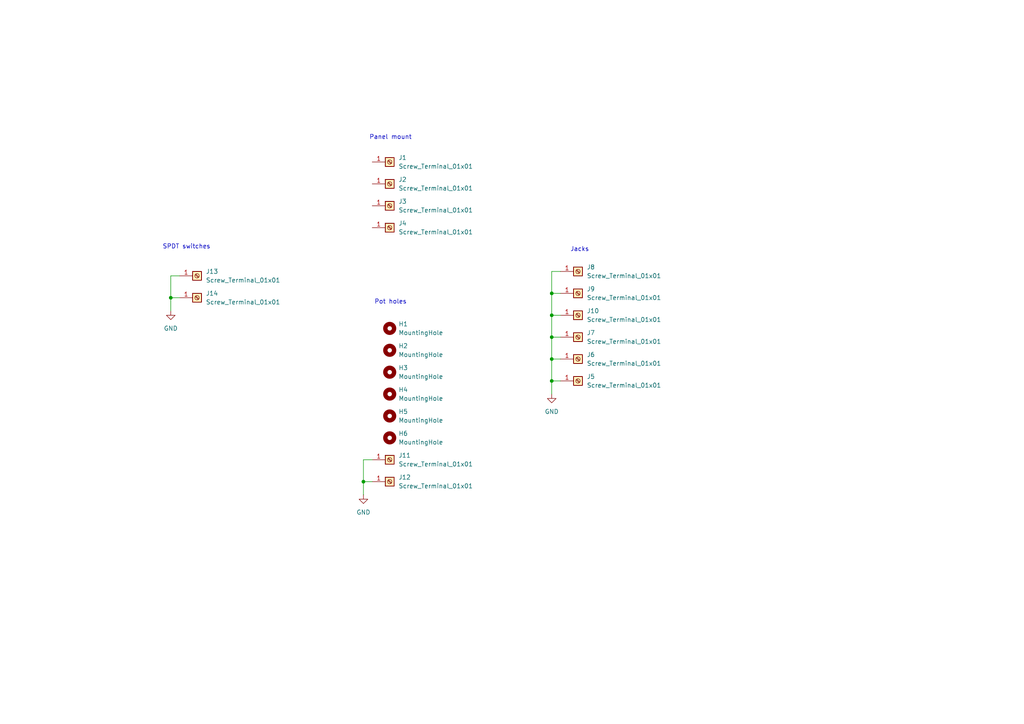
<source format=kicad_sch>
(kicad_sch (version 20231120) (generator "eeschema") (generator_version "8.0")
  (paper "A4")
  (title_block (title "ACID VCA FRONT") (date "2025-03-27") (rev "1.0"))
  (lib_symbols
    (symbol "Connector:Screw_Terminal_01x01" (pin_names (offset 1.016) hide)
      (property "Reference" "J" (at 0 2.54 0))
      (property "Value" "Screw_Terminal_01x01" (at 0 -2.54 0))
      (symbol "Screw_Terminal_01x01_1_1"
        (rectangle (start -1.27 1.27) (end 1.27 -1.27) (stroke (width 0.254)) (fill (type background)))
        (polyline (pts (xy -0.5334 0.3302) (xy 0.3302 -0.508)) (stroke (width 0.1524)))
        (polyline (pts (xy -0.3556 0.508) (xy 0.508 -0.3302)) (stroke (width 0.1524)))
        (circle (center 0 0) (radius 0.635) (stroke (width 0.1524)))
        (pin passive line (at -5.08 0 0) (length 3.81) (name "Pin_1") (number "1"))
      )
    )
    (symbol "Mechanical:MountingHole" (pin_names (offset 1.016)) (exclude_from_sim yes) (in_bom no)
      (property "Reference" "H" (at 0 5.08 0))
      (property "Value" "MountingHole" (at 0 3.175 0))
      (symbol "MountingHole_0_1"
        (circle (center 0 0) (radius 1.27) (stroke (width 1.27)))
      )
    )
    (symbol "power:GND" (power) (pin_numbers hide) (pin_names (offset 0) hide)
      (property "Value" "GND" (at 0 -3.81 0))
      (symbol "GND_0_1"
        (polyline (pts (xy 0 0) (xy 0 -1.27) (xy 1.27 -1.27) (xy 0 -2.54) (xy -1.27 -1.27) (xy 0 -1.27)))
      )
      (symbol "GND_1_1"
        (pin power_in line (at 0 0 270) (length 0) (name "~") (number "1"))
      )
    )
  )
  (junction (at 49.53 86.36))
  (junction (at 160.02 104.14))
  (junction (at 160.02 110.49))
  (junction (at 160.02 91.44))
  (junction (at 160.02 97.79))
  (junction (at 160.02 85.09))
  (junction (at 105.41 139.7))
  (wire (pts (xy 105.41 143.51) (xy 105.41 139.7)))
  (wire (pts (xy 105.41 139.7) (xy 105.41 133.35)))
  (wire (pts (xy 160.02 104.14) (xy 162.56 104.14)))
  (wire (pts (xy 49.53 86.36) (xy 49.53 80.01)))
  (wire (pts (xy 105.41 133.35) (xy 107.95 133.35)))
  (wire (pts (xy 160.02 110.49) (xy 160.02 114.3)))
  (wire (pts (xy 160.02 110.49) (xy 162.56 110.49)))
  (wire (pts (xy 160.02 91.44) (xy 160.02 97.79)))
  (wire (pts (xy 160.02 97.79) (xy 162.56 97.79)))
  (wire (pts (xy 160.02 97.79) (xy 160.02 104.14)))
  (wire (pts (xy 49.53 80.01) (xy 52.07 80.01)))
  (wire (pts (xy 162.56 78.74) (xy 160.02 78.74)))
  (wire (pts (xy 160.02 85.09) (xy 162.56 85.09)))
  (wire (pts (xy 49.53 86.36) (xy 52.07 86.36)))
  (wire (pts (xy 160.02 78.74) (xy 160.02 85.09)))
  (wire (pts (xy 105.41 139.7) (xy 107.95 139.7)))
  (wire (pts (xy 160.02 104.14) (xy 160.02 110.49)))
  (wire (pts (xy 160.02 91.44) (xy 162.56 91.44)))
  (wire (pts (xy 160.02 85.09) (xy 160.02 91.44)))
  (wire (pts (xy 49.53 90.17) (xy 49.53 86.36)))
  (text "Panel mount" (at 113.284 39.878 0) (effects (font (size 1.27 1.27))))
  (text "Pot holes" (at 113.284 87.63 0) (effects (font (size 1.27 1.27))))
  (text "Jacks" (at 168.148 72.39 0) (effects (font (size 1.27 1.27))))
  (text "SPDT switches" (at 54.102 71.628 0) (effects (font (size 1.27 1.27))))
  (symbol (lib_id "Mechanical:MountingHole") (at 113.03 127 0) (unit 1) (exclude_from_sim yes) (in_bom no)
    (property "Reference" "H6" (at 115.57 125.7299 0) (effects (justify left)))
    (property "Value" "MountingHole" (at 115.57 128.2699 0) (effects (justify left)))
    (property "Footprint" "Custom:Pot_TV09" (effects (hide yes)))
    (property "Description" "Mounting Hole without connection" (effects (hide yes)))
  )
  (symbol (lib_id "Connector:Screw_Terminal_01x01") (at 167.64 91.44 0) (unit 1)
    (property "Reference" "J10" (at 170.18 90.1699 0) (effects (justify left)))
    (property "Value" "Screw_Terminal_01x01" (at 170.18 92.7099 0) (effects (justify left)))
    (property "Footprint" "Custom:MountingHole_PJ398SM" (effects (hide yes)))
    (property "Description" "Generic screw terminal, single row, 01x01, script generated (kicad-library-utils/schlib/autogen/connector/)" (effects (hide yes)))
  )
  (symbol (lib_id "Connector:Screw_Terminal_01x01") (at 113.03 53.34 0) (unit 1)
    (property "Reference" "J2" (at 115.57 52.0699 0) (effects (justify left)))
    (property "Value" "Screw_Terminal_01x01" (at 115.57 54.6099 0) (effects (justify left)))
    (property "Footprint" "Custom:Wide_M3" (effects (hide yes)))
    (property "Description" "Generic screw terminal, single row, 01x01, script generated (kicad-library-utils/schlib/autogen/connector/)" (effects (hide yes)))
  )
  (symbol (lib_id "Connector:Screw_Terminal_01x01") (at 113.03 133.35 0) (unit 1)
    (property "Reference" "J11" (at 115.57 132.0799 0) (effects (justify left)))
    (property "Value" "Screw_Terminal_01x01" (at 115.57 134.6199 0) (effects (justify left)))
    (property "Footprint" "Custom:Pot_P09" (effects (hide yes)))
    (property "Description" "Generic screw terminal, single row, 01x01, script generated (kicad-library-utils/schlib/autogen/connector/)" (effects (hide yes)))
  )
  (symbol (lib_id "Connector:Screw_Terminal_01x01") (at 57.15 86.36 0) (unit 1)
    (property "Reference" "J14" (at 59.69 85.0899 0) (effects (justify left)))
    (property "Value" "Screw_Terminal_01x01" (at 59.69 87.6299 0) (effects (justify left)))
    (property "Footprint" "Custom:sw_spdt_mini" (effects (hide yes)))
    (property "Description" "Generic screw terminal, single row, 01x01, script generated (kicad-library-utils/schlib/autogen/connector/)" (effects (hide yes)))
  )
  (symbol (lib_id "Mechanical:MountingHole") (at 113.03 101.6 0) (unit 1) (exclude_from_sim yes) (in_bom no)
    (property "Reference" "H2" (at 115.57 100.3299 0) (effects (justify left)))
    (property "Value" "MountingHole" (at 115.57 102.8699 0) (effects (justify left)))
    (property "Footprint" "Custom:Pot_TV09" (effects (hide yes)))
    (property "Description" "Mounting Hole without connection" (effects (hide yes)))
  )
  (symbol (lib_id "Mechanical:MountingHole") (at 113.03 114.3 0) (unit 1) (exclude_from_sim yes) (in_bom no)
    (property "Reference" "H4" (at 115.57 113.0299 0) (effects (justify left)))
    (property "Value" "MountingHole" (at 115.57 115.5699 0) (effects (justify left)))
    (property "Footprint" "Custom:Pot_TV09" (effects (hide yes)))
    (property "Description" "Mounting Hole without connection" (effects (hide yes)))
  )
  (symbol (lib_id "Mechanical:MountingHole") (at 113.03 95.25 0) (unit 1) (exclude_from_sim yes) (in_bom no)
    (property "Reference" "H1" (at 115.57 93.9799 0) (effects (justify left)))
    (property "Value" "MountingHole" (at 115.57 96.5199 0) (effects (justify left)))
    (property "Footprint" "Custom:Pot_TV09" (effects (hide yes)))
    (property "Description" "Mounting Hole without connection" (effects (hide yes)))
  )
  (symbol (lib_id "Mechanical:MountingHole") (at 113.03 107.95 0) (unit 1) (exclude_from_sim yes) (in_bom no)
    (property "Reference" "H3" (at 115.57 106.6799 0) (effects (justify left)))
    (property "Value" "MountingHole" (at 115.57 109.2199 0) (effects (justify left)))
    (property "Footprint" "Custom:Pot_TV09" (effects (hide yes)))
    (property "Description" "Mounting Hole without connection" (effects (hide yes)))
  )
  (symbol (lib_id "Connector:Screw_Terminal_01x01") (at 167.64 110.49 0) (unit 1)
    (property "Reference" "J5" (at 170.18 109.2199 0) (effects (justify left)))
    (property "Value" "Screw_Terminal_01x01" (at 170.18 111.7599 0) (effects (justify left)))
    (property "Footprint" "Custom:MountingHole_PJ398SM" (effects (hide yes)))
    (property "Description" "Generic screw terminal, single row, 01x01, script generated (kicad-library-utils/schlib/autogen/connector/)" (effects (hide yes)))
  )
  (symbol (lib_id "Connector:Screw_Terminal_01x01") (at 167.64 104.14 0) (unit 1)
    (property "Reference" "J6" (at 170.18 102.8699 0) (effects (justify left)))
    (property "Value" "Screw_Terminal_01x01" (at 170.18 105.4099 0) (effects (justify left)))
    (property "Footprint" "Custom:MountingHole_PJ398SM" (effects (hide yes)))
    (property "Description" "Generic screw terminal, single row, 01x01, script generated (kicad-library-utils/schlib/autogen/connector/)" (effects (hide yes)))
  )
  (symbol (lib_id "Connector:Screw_Terminal_01x01") (at 113.03 59.69 0) (unit 1)
    (property "Reference" "J3" (at 115.57 58.4199 0) (effects (justify left)))
    (property "Value" "Screw_Terminal_01x01" (at 115.57 60.9599 0) (effects (justify left)))
    (property "Footprint" "Custom:Wide_M3" (effects (hide yes)))
    (property "Description" "Generic screw terminal, single row, 01x01, script generated (kicad-library-utils/schlib/autogen/connector/)" (effects (hide yes)))
  )
  (symbol (lib_id "power:GND") (at 160.02 114.3 0) (unit 1)
    (property "Reference" "#PWR1" (effects (hide yes)))
    (property "Value" "GND" (at 160.02 119.38 0))
    (property "Description" "Power symbol creates a global label with name \"GND\" , ground" (effects (hide yes)))
  )
  (symbol (lib_id "Connector:Screw_Terminal_01x01") (at 113.03 139.7 0) (unit 1)
    (property "Reference" "J12" (at 115.57 138.4299 0) (effects (justify left)))
    (property "Value" "Screw_Terminal_01x01" (at 115.57 140.9699 0) (effects (justify left)))
    (property "Footprint" "Custom:Pot_P09" (effects (hide yes)))
    (property "Description" "Generic screw terminal, single row, 01x01, script generated (kicad-library-utils/schlib/autogen/connector/)" (effects (hide yes)))
  )
  (symbol (lib_id "Mechanical:MountingHole") (at 113.03 120.65 0) (unit 1) (exclude_from_sim yes) (in_bom no)
    (property "Reference" "H5" (at 115.57 119.3799 0) (effects (justify left)))
    (property "Value" "MountingHole" (at 115.57 121.9199 0) (effects (justify left)))
    (property "Footprint" "Custom:Pot_TV09" (effects (hide yes)))
    (property "Description" "Mounting Hole without connection" (effects (hide yes)))
  )
  (symbol (lib_id "Connector:Screw_Terminal_01x01") (at 57.15 80.01 0) (unit 1)
    (property "Reference" "J13" (at 59.69 78.7399 0) (effects (justify left)))
    (property "Value" "Screw_Terminal_01x01" (at 59.69 81.2799 0) (effects (justify left)))
    (property "Footprint" "Custom:sw_spdt_mini" (effects (hide yes)))
    (property "Description" "Generic screw terminal, single row, 01x01, script generated (kicad-library-utils/schlib/autogen/connector/)" (effects (hide yes)))
  )
  (symbol (lib_id "power:GND") (at 49.53 90.17 0) (unit 1)
    (property "Reference" "#PWR3" (effects (hide yes)))
    (property "Value" "GND" (at 49.53 95.25 0))
    (property "Description" "Power symbol creates a global label with name \"GND\" , ground" (effects (hide yes)))
  )
  (symbol (lib_id "power:GND") (at 105.41 143.51 0) (unit 1)
    (property "Reference" "#PWR2" (effects (hide yes)))
    (property "Value" "GND" (at 105.41 148.59 0))
    (property "Description" "Power symbol creates a global label with name \"GND\" , ground" (effects (hide yes)))
  )
  (symbol (lib_id "Connector:Screw_Terminal_01x01") (at 113.03 66.04 0) (unit 1)
    (property "Reference" "J4" (at 115.57 64.7699 0) (effects (justify left)))
    (property "Value" "Screw_Terminal_01x01" (at 115.57 67.3099 0) (effects (justify left)))
    (property "Footprint" "Custom:Wide_M3" (effects (hide yes)))
    (property "Description" "Generic screw terminal, single row, 01x01, script generated (kicad-library-utils/schlib/autogen/connector/)" (effects (hide yes)))
  )
  (symbol (lib_id "Connector:Screw_Terminal_01x01") (at 167.64 78.74 0) (unit 1)
    (property "Reference" "J8" (at 170.18 77.4699 0) (effects (justify left)))
    (property "Value" "Screw_Terminal_01x01" (at 170.18 80.0099 0) (effects (justify left)))
    (property "Footprint" "Custom:MountingHole_PJ398SM" (effects (hide yes)))
    (property "Description" "Generic screw terminal, single row, 01x01, script generated (kicad-library-utils/schlib/autogen/connector/)" (effects (hide yes)))
  )
  (symbol (lib_id "Connector:Screw_Terminal_01x01") (at 113.03 46.99 0) (unit 1)
    (property "Reference" "J1" (at 115.57 45.7199 0) (effects (justify left)))
    (property "Value" "Screw_Terminal_01x01" (at 115.57 48.2599 0) (effects (justify left)))
    (property "Footprint" "Custom:Wide_M3" (effects (hide yes)))
    (property "Description" "Generic screw terminal, single row, 01x01, script generated (kicad-library-utils/schlib/autogen/connector/)" (effects (hide yes)))
  )
  (symbol (lib_id "Connector:Screw_Terminal_01x01") (at 167.64 85.09 0) (unit 1)
    (property "Reference" "J9" (at 170.18 83.8199 0) (effects (justify left)))
    (property "Value" "Screw_Terminal_01x01" (at 170.18 86.3599 0) (effects (justify left)))
    (property "Footprint" "Custom:MountingHole_PJ398SM" (effects (hide yes)))
    (property "Description" "Generic screw terminal, single row, 01x01, script generated (kicad-library-utils/schlib/autogen/connector/)" (effects (hide yes)))
  )
  (symbol (lib_id "Connector:Screw_Terminal_01x01") (at 167.64 97.79 0) (unit 1)
    (property "Reference" "J7" (at 170.18 96.5199 0) (effects (justify left)))
    (property "Value" "Screw_Terminal_01x01" (at 170.18 99.0599 0) (effects (justify left)))
    (property "Footprint" "Custom:MountingHole_PJ398SM" (effects (hide yes)))
    (property "Description" "Generic screw terminal, single row, 01x01, script generated (kicad-library-utils/schlib/autogen/connector/)" (effects (hide yes)))
  )
)
</source>
